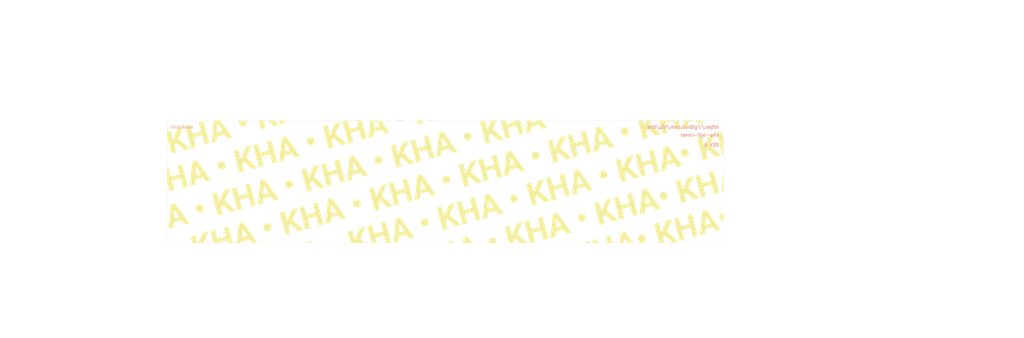
<source format=kicad_pcb>
(kicad_pcb (version 20221018) (generator pcbnew)
  (layers (0 "F.Cu" signal) (31 "B.Cu" signal) (34 "B.Paste" user) (35 "F.Paste" user) (36 "B.SilkS" user "B.Silkscreen") (37 "F.SilkS" user "F.Silkscreen") (38 "B.Mask" user) (39 "F.Mask" user) (44 "Edge.Cuts" user))
  (net 0 "")
  (footprint "kiu:kha-cover-art" (layer "F.Cu") (at 295 105)
    (fp_text reference "REF**" hide)
    (fp_text value "kha-cover-art")
  )
  (gr_line (start 543.5 160) (end 544.5 159) (stroke (width 0.1)) (layer "Edge.Cuts"))
  (gr_line (start 544.5 51) (end 544.5 159) (stroke (width 0.1)) (layer "Edge.Cuts"))
  (gr_line (start 45.5 159) (end 46.5 160) (stroke (width 0.1)) (layer "Edge.Cuts"))
  (gr_line (start 46.5 50) (end 543.5 50) (stroke (width 0.1)) (layer "Edge.Cuts"))
  (gr_line (start 45.5 159) (end 45.5 51) (stroke (width 0.1)) (layer "Edge.Cuts"))
  (gr_line (start 543.5 50) (end 544.5 51) (stroke (width 0.1)) (layer "Edge.Cuts"))
  (gr_line (start 543.5 160) (end 46.5 160) (stroke (width 0.1)) (layer "Edge.Cuts"))
  (gr_line (start 45.5 51) (end 46.5 50) (stroke (width 0.1)) (layer "Edge.Cuts"))
  (gr_text "kha-bgt-cover" (at 541 63) (layer "B.SilkS") (effects (font (size 3 3) (thickness 0.75) bold) (justify left mirror)))
  (gr_text "JLCJLCJLCJLC" (at 48 56) (layer "B.SilkS") (effects (font (size 2 2) (thickness 0.5) bold) (justify right mirror)))
  (gr_text "https://github.com/kiu/kha" (at 541 56) (layer "B.SilkS") (effects (font (size 3 3) (thickness 0.75) bold) (justify left mirror)))
  (gr_text "REV A" (at 541 72) (layer "B.SilkS") (effects (font (size 3 3) (thickness 0.75) bold) (justify left mirror)))
)
</source>
